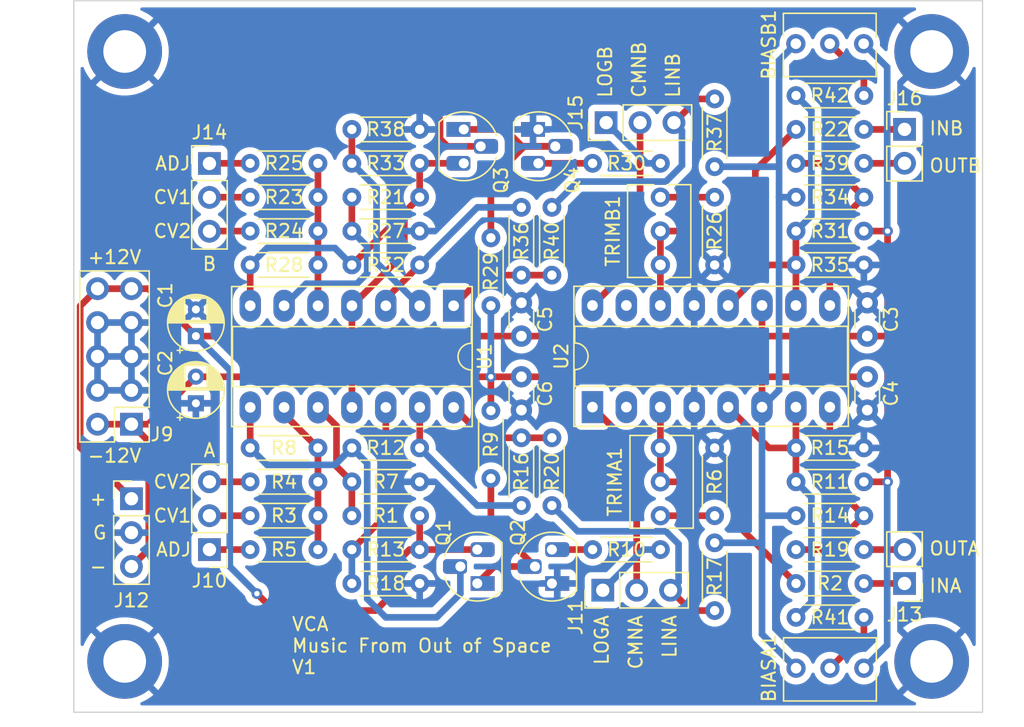
<source format=kicad_pcb>
(kicad_pcb (version 20221018) (generator pcbnew)
  (layers (0 "F.Cu" signal) (31 "B.Cu" signal) (34 "B.Paste" user) (35 "F.Paste" user) (36 "B.SilkS" user "B.Silkscreen") (37 "F.SilkS" user "F.Silkscreen") (38 "B.Mask" user) (39 "F.Mask" user) (44 "Edge.Cuts" user))
  (net 0 "")
  (net 1 "+12V")
  (net 2 "GND")
  (net 3 "-12V")
  (net 4 "CV1A")
  (net 5 "CV2A")
  (net 6 "INA")
  (net 7 "OUTA")
  (net 8 "INB")
  (net 9 "CV1B")
  (net 10 "CV2B")
  (net 11 "OUTB")
  (net 12 "ADJA")
  (net 13 "LINA")
  (net 14 "CMNA")
  (net 15 "LOGA")
  (net 16 "ADJB")
  (net 17 "LINB")
  (net 18 "CMNB")
  (net 19 "LOGB")
  (net 20 "Net-(Q1-E)")
  (net 21 "Net-(Q1-B)")
  (net 22 "Net-(Q2-C)")
  (net 23 "Net-(Q3-E)")
  (net 24 "Net-(Q3-B)")
  (net 25 "Net-(Q4-C)")
  (net 26 "Net-(U2C-+)")
  (net 27 "Net-(U2A-+)")
  (net 28 "Net-(U1A--)")
  (net 29 "Net-(U1A-+)")
  (net 30 "Net-(U1B-+)")
  (net 31 "Net-(U1B--)")
  (net 32 "Net-(U1C--)")
  (net 33 "Net-(U1C-+)")
  (net 34 "Net-(U1D-+)")
  (net 35 "Net-(U1D--)")
  (net 38 "Net-(R14-Pad2)")
  (net 39 "Net-(R16-Pad2)")
  (net 40 "Net-(R26-Pad2)")
  (net 41 "Net-(R34-Pad2)")
  (net 42 "Net-(R36-Pad2)")
  (net 43 "Net-(BIASA1-Pad2)")
  (net 44 "Net-(BIASB1-Pad2)")
  (net 45 "Net-(R6-Pad2)")
  (net 46 "Net-(R11-Pad2)")
  (net 47 "Net-(R31-Pad2)")
  (footprint "Potentiometer_THT:Potentiometer_Bourns_3266Y_Vertical" (layer "F.Cu") (at 131.557 29.897)
    (fp_text reference "BIASB1")
    (fp_text value "100K")
  )
  (footprint "Resistor_THT:R_Axial_DIN0204_L3.6mm_D1.6mm_P5.08mm_Horizontal" (layer "F.Cu") (at 93.218 36.322)
    (fp_text reference "R38")
    (fp_text value "100K")
  )
  (footprint "Resistor_THT:R_Axial_DIN0204_L3.6mm_D1.6mm_P5.08mm_Horizontal" (layer "F.Cu") (at 120.396 67.31 -90)
    (fp_text reference "R17")
    (fp_text value "20K")
  )
  (footprint "Resistor_THT:R_Axial_DIN0204_L3.6mm_D1.6mm_P5.08mm_Horizontal" (layer "F.Cu") (at 90.678 46.482 180)
    (fp_text reference "R28")
    (fp_text value "2K")
  )
  (footprint "Resistor_THT:R_Axial_DIN0204_L3.6mm_D1.6mm_P5.08mm_Horizontal" (layer "F.Cu") (at 85.598 43.942)
    (fp_text reference "R24")
    (fp_text value "100K")
  )
  (footprint "Resistor_THT:R_Axial_DIN0204_L3.6mm_D1.6mm_P5.08mm_Horizontal" (layer "F.Cu") (at 85.598 62.738)
    (fp_text reference "R4")
    (fp_text value "100K")
  )
  (footprint "Resistor_THT:R_Axial_DIN0204_L3.6mm_D1.6mm_P5.08mm_Horizontal" (layer "F.Cu") (at 116.332 38.862 180)
    (fp_text reference "R30")
    (fp_text value "20K")
  )
  (footprint "Resistor_THT:R_Axial_DIN0204_L3.6mm_D1.6mm_P5.08mm_Horizontal" (layer "F.Cu") (at 85.598 65.278)
    (fp_text reference "R3")
    (fp_text value "100K")
  )
  (footprint "MountingHole:MountingHole_3.2mm_M3_DIN965_Pad" (layer "F.Cu") (at 136.652 76.2)
    (fp_text reference "H3" hide)
    (fp_text value "MountingHole_Pad")
  )
  (footprint "Resistor_THT:R_Axial_DIN0204_L3.6mm_D1.6mm_P5.08mm_Horizontal" (layer "F.Cu") (at 105.918 64.516 90)
    (fp_text reference "R16")
    (fp_text value "100K")
  )
  (footprint "Resistor_THT:R_Axial_DIN0204_L3.6mm_D1.6mm_P5.08mm_Horizontal" (layer "F.Cu") (at 93.218 60.198)
    (fp_text reference "R12")
    (fp_text value "2K")
  )
  (footprint "Package_TO_SOT_THT:TO-92_HandSolder" (layer "F.Cu") (at 102.616 70.358 90)
    (fp_text reference "Q1")
    (fp_text value "2N3904")
  )
  (footprint "Capacitor_THT:CP_Radial_D4.0mm_P2.00mm" (layer "F.Cu") (at 81.534 56.8526 90)
    (fp_text reference "C2")
    (fp_text value "10uF")
  )
  (footprint "MountingHole:MountingHole_3.2mm_M3_DIN965_Pad" (layer "F.Cu") (at 136.652 30.48)
    (fp_text reference "H2" hide)
    (fp_text value "MountingHole_Pad")
  )
  (footprint "Resistor_THT:R_Axial_DIN0204_L3.6mm_D1.6mm_P5.08mm_Horizontal" (layer "F.Cu") (at 131.572 36.322 180)
    (fp_text reference "R22")
    (fp_text value "100K")
  )
  (footprint "Resistor_THT:R_Axial_DIN0204_L3.6mm_D1.6mm_P5.08mm_Horizontal" (layer "F.Cu") (at 126.492 38.862)
    (fp_text reference "R39")
    (fp_text value "1K")
  )
  (footprint "Connector_PinHeader_2.54mm:PinHeader_1x03_P2.54mm_Vertical" (layer "F.Cu") (at 112.014 70.866 90)
    (fp_text reference "J11")
    (fp_text value "Conn_01x03")
  )
  (footprint "Connector_PinHeader_2.54mm:PinHeader_1x03_P2.54mm_Vertical" (layer "F.Cu") (at 76.708 64.008)
    (fp_text reference "J12")
    (fp_text value "Conn_01x03")
  )
  (footprint "Resistor_THT:R_Axial_DIN0204_L3.6mm_D1.6mm_P5.08mm_Horizontal" (layer "F.Cu") (at 93.218 46.482)
    (fp_text reference "R32")
    (fp_text value "2K")
  )
  (footprint "Resistor_THT:R_Axial_DIN0204_L3.6mm_D1.6mm_P5.08mm_Horizontal" (layer "F.Cu") (at 93.218 70.358)
    (fp_text reference "R18")
    (fp_text value "100K")
  )
  (footprint "Connector_PinHeader_2.54mm:PinHeader_1x03_P2.54mm_Vertical" (layer "F.Cu") (at 112.268 35.814 90)
    (fp_text reference "J15")
    (fp_text value "Conn_01x03")
  )
  (footprint "Resistor_THT:R_Axial_DIN0204_L3.6mm_D1.6mm_P5.08mm_Horizontal" (layer "F.Cu") (at 108.204 42.164 -90)
    (fp_text reference "R40")
    (fp_text value "30K")
  )
  (footprint "Package_DIP:DIP-16_W7.62mm_Socket_LongPads" (layer "F.Cu") (at 111.242 57.14 90)
    (fp_text reference "U2")
    (fp_text value "LM13700")
  )
  (footprint "Potentiometer_THT:Potentiometer_Bourns_3266Y_Vertical" (layer "F.Cu") (at 116.332 60.198 90)
    (fp_text reference "TRIMA1")
    (fp_text value "2K")
  )
  (footprint "Capacitor_THT:C_Disc_D3.0mm_W1.6mm_P2.50mm" (layer "F.Cu") (at 105.918 57.364 90)
    (fp_text reference "C6")
    (fp_text value "100nF")
  )
  (footprint "Resistor_THT:R_Axial_DIN0204_L3.6mm_D1.6mm_P5.08mm_Horizontal" (layer "F.Cu") (at 131.572 33.782 180)
    (fp_text reference "R42")
    (fp_text value "2M")
  )
  (footprint "Resistor_THT:R_Axial_DIN0204_L3.6mm_D1.6mm_P5.08mm_Horizontal" (layer "F.Cu") (at 98.298 38.862 180)
    (fp_text reference "R33")
    (fp_text value "100K")
  )
  (footprint "Capacitor_THT:C_Disc_D3.0mm_W1.6mm_P2.50mm" (layer "F.Cu") (at 131.826 57.364 90)
    (fp_text reference "C4")
    (fp_text value "100nF")
  )
  (footprint "Package_TO_SOT_THT:TO-92_HandSolder" (layer "F.Cu") (at 101.6 36.322 -90)
    (fp_text reference "Q3")
    (fp_text value "2N3904")
  )
  (footprint "Resistor_THT:R_Axial_DIN0204_L3.6mm_D1.6mm_P5.08mm_Horizontal" (layer "F.Cu") (at 126.492 41.402)
    (fp_text reference "R34")
    (fp_text value "4.7K")
  )
  (footprint "Resistor_THT:R_Axial_DIN0204_L3.6mm_D1.6mm_P5.08mm_Horizontal" (layer "F.Cu") (at 120.396 46.482 90)
    (fp_text reference "R26")
    (fp_text value "150R")
  )
  (footprint "Resistor_THT:R_Axial_DIN0204_L3.6mm_D1.6mm_P5.08mm_Horizontal" (layer "F.Cu") (at 131.572 43.942 180)
    (fp_text reference "R31")
    (fp_text value "470K")
  )
  (footprint "Package_TO_SOT_THT:TO-92_HandSolder" (layer "F.Cu") (at 108.204 70.358 90)
    (fp_text reference "Q2")
    (fp_text value "2N3906")
  )
  (footprint "Resistor_THT:R_Axial_DIN0204_L3.6mm_D1.6mm_P5.08mm_Horizontal" (layer "F.Cu") (at 116.332 67.818 180)
    (fp_text reference "R10")
    (fp_text value "20K")
  )
  (footprint "Capacitor_THT:CP_Radial_D4.0mm_P2.00mm" (layer "F.Cu") (at 81.534 51.816 90)
    (fp_text reference "C1")
    (fp_text value "10uF")
  )
  (footprint "Resistor_THT:R_Axial_DIN0204_L3.6mm_D1.6mm_P5.08mm_Horizontal" (layer "F.Cu") (at 90.678 60.198 180)
    (fp_text reference "R8")
    (fp_text value "2K")
  )
  (footprint "Resistor_THT:R_Axial_DIN0204_L3.6mm_D1.6mm_P5.08mm_Horizontal" (layer "F.Cu") (at 93.218 43.942)
    (fp_text reference "R27")
    (fp_text value "2K")
  )
  (footprint "Resistor_THT:R_Axial_DIN0204_L3.6mm_D1.6mm_P5.08mm_Horizontal" (layer "F.Cu") (at 131.572 72.898 180)
    (fp_text reference "R41")
    (fp_text value "2M")
  )
  (footprint "Connector_PinHeader_2.54mm:PinHeader_1x02_P2.54mm_Vertical" (layer "F.Cu") (at 134.62 70.358 180)
    (fp_text reference "J13")
    (fp_text value "Conn_01x02")
  )
  (footprint "MountingHole:MountingHole_3.2mm_M3_DIN965_Pad" (layer "F.Cu") (at 76.2 30.48)
    (fp_text reference "H1" hide)
    (fp_text value "MountingHole_Pad")
  )
  (footprint "Connector_PinHeader_2.54mm:PinHeader_1x03_P2.54mm_Vertical" (layer "F.Cu") (at 82.55 38.877)
    (fp_text reference "J14")
    (fp_text value "Conn_01x03")
  )
  (footprint "Potentiometer_THT:Potentiometer_Bourns_3266Y_Vertical" (layer "F.Cu") (at 131.572 76.708)
    (fp_text reference "BIASA1")
    (fp_text value "100K")
  )
  (footprint "Resistor_THT:R_Axial_DIN0204_L3.6mm_D1.6mm_P5.08mm_Horizontal" (layer "F.Cu") (at 85.598 67.818)
    (fp_text reference "R5")
    (fp_text value "100K")
  )
  (footprint "Resistor_THT:R_Axial_DIN0204_L3.6mm_D1.6mm_P5.08mm_Horizontal" (layer "F.Cu") (at 126.492 60.198)
    (fp_text reference "R15")
    (fp_text value "47K")
  )
  (footprint "Capacitor_THT:C_Disc_D3.0mm_W1.6mm_P2.50mm" (layer "F.Cu") (at 105.918 51.816 90)
    (fp_text reference "C5")
    (fp_text value "100nF")
  )
  (footprint "Resistor_THT:R_Axial_DIN0204_L3.6mm_D1.6mm_P5.08mm_Horizontal" (layer "F.Cu") (at 105.918 42.164 -90)
    (fp_text reference "R36")
    (fp_text value "100K")
  )
  (footprint "Resistor_THT:R_Axial_DIN0204_L3.6mm_D1.6mm_P5.08mm_Horizontal" (layer "F.Cu") (at 85.598 41.402)
    (fp_text reference "R23")
    (fp_text value "100K")
  )
  (footprint "Resistor_THT:R_Axial_DIN0204_L3.6mm_D1.6mm_P5.08mm_Horizontal" (layer "F.Cu") (at 108.204 64.516 90)
    (fp_text reference "R20")
    (fp_text value "30K")
  )
  (footprint "Resistor_THT:R_Axial_DIN0204_L3.6mm_D1.6mm_P5.08mm_Horizontal" (layer "F.Cu") (at 126.492 46.482)
    (fp_text reference "R35")
    (fp_text value "47K")
  )
  (footprint "MountingHole:MountingHole_3.2mm_M3_DIN965_Pad" (layer "F.Cu") (at 76.2 76.2)
    (fp_text reference "H4" hide)
    (fp_text value "MountingHole_Pad")
  )
  (footprint "Resistor_THT:R_Axial_DIN0204_L3.6mm_D1.6mm_P5.08mm_Horizontal" (layer "F.Cu") (at 131.572 62.738 180)
    (fp_text reference "R11")
    (fp_text value "470K")
  )
  (footprint "Resistor_THT:R_Axial_DIN0204_L3.6mm_D1.6mm_P5.08mm_Horizontal" (layer "F.Cu") (at 126.492 67.818)
    (fp_text reference "R19")
    (fp_text value "1K")
  )
  (footprint "Connector_PinHeader_2.54mm:PinHeader_2x05_P2.54mm_Vertical" (layer "F.Cu") (at 76.708 58.42 180)
    (fp_text reference "J9")
    (fp_text value "Conn_02x05_Odd_Even")
  )
  (footprint "Resistor_THT:R_Axial_DIN0204_L3.6mm_D1.6mm_P5.08mm_Horizontal" (layer "F.Cu") (at 98.298 41.402 180)
    (fp_text reference "R21")
    (fp_text value "100K")
  )
  (footprint "Resistor_THT:R_Axial_DIN0204_L3.6mm_D1.6mm_P5.08mm_Horizontal" (layer "F.Cu") (at 93.218 62.738)
    (fp_text reference "R7")
    (fp_text value "2K")
  )
  (footprint "Resistor_THT:R_Axial_DIN0204_L3.6mm_D1.6mm_P5.08mm_Horizontal" (layer "F.Cu") (at 103.632 57.404 -90)
    (fp_text reference "R9")
    (fp_text value "120K")
  )
  (footprint "Resistor_THT:R_Axial_DIN0204_L3.6mm_D1.6mm_P5.08mm_Horizontal" (layer "F.Cu") (at 103.632 49.53 90)
    (fp_text reference "R29")
    (fp_text value "120K")
  )
  (footprint "Resistor_THT:R_Axial_DIN0204_L3.6mm_D1.6mm_P5.08mm_Horizontal" (layer "F.Cu") (at 98.298 65.278 180)
    (fp_text reference "R1")
    (fp_text value "100K")
  )
  (footprint "Resistor_THT:R_Axial_DIN0204_L3.6mm_D1.6mm_P5.08mm_Horizontal" (layer "F.Cu") (at 98.298 67.818 180)
    (fp_text reference "R13")
    (fp_text value "100K")
  )
  (footprint "Potentiometer_THT:Potentiometer_Bourns_3266Y_Vertical" (layer "F.Cu") (at 116.332 46.482 -90)
    (fp_text reference "TRIMB1")
    (fp_text value "2K")
  )
  (footprint "Resistor_THT:R_Axial_DIN0204_L3.6mm_D1.6mm_P5.08mm_Horizontal" (layer "F.Cu") (at 120.396 39.116 90)
    (fp_text reference "R37")
    (fp_text value "20K")
  )
  (footprint "Connector_PinHeader_2.54mm:PinHeader_1x02_P2.54mm_Vertical" (layer "F.Cu") (at 134.62 36.317)
    (fp_text reference "J16")
    (fp_text value "Conn_01x02")
  )
  (footprint "Capacitor_THT:C_Disc_D3.0mm_W1.6mm_P2.50mm" (layer "F.Cu") (at 131.826 51.816 90)
    (fp_text reference "C3")
    (fp_text value "100nF")
  )
  (footprint "Resistor_THT:R_Axial_DIN0204_L3.6mm_D1.6mm_P5.08mm_Horizontal" (layer "F.Cu") (at 131.572 70.358 180)
    (fp_text reference "R2")
    (fp_text value "100K")
  )
  (footprint "Resistor_THT:R_Axial_DIN0204_L3.6mm_D1.6mm_P5.08mm_Horizontal" (layer "F.Cu") (at 120.396 60.198 -90)
    (fp_text reference "R6")
    (fp_text value "150R")
  )
  (footprint "Resistor_THT:R_Axial_DIN0204_L3.6mm_D1.6mm_P5.08mm_Horizontal" (layer "F.Cu") (at 126.492 65.278)
    (fp_text reference "R14")
    (fp_text value "4.7K")
  )
  (footprint "Connector_PinHeader_2.54mm:PinHeader_1x03_P2.54mm_Vertical" (layer "F.Cu") (at 82.55 67.818 180)
    (fp_text reference "J10")
    (fp_text value "Conn_01x03")
  )
  (footprint "Resistor_THT:R_Axial_DIN0204_L3.6mm_D1.6mm_P5.08mm_Horizontal" (layer "F.Cu") (at 85.598 38.862)
    (fp_text reference "R25")
    (fp_text value "100K")
  )
  (footprint "Package_TO_SOT_THT:TO-92_HandSolder" (layer "F.Cu") (at 107.188 36.322 -90)
    (fp_text reference "Q4")
    (fp_text value "2N3906")
  )
  (footprint "Package_DIP:DIP-14_W7.62mm_Socket_LongPads" (layer "F.Cu") (at 100.843 49.54 -90)
    (fp_text reference "U1")
    (fp_text value "TL084")
  )
  (gr_rect (start 72.39 26.67) (end 140.462 80.01) (stroke (width 0.1)) (fill none) (layer "Edge.Cuts"))
  (gr_text "+" (at 74.93 64.008) (layer "F.SilkS") (effects (font (size 1 1)) (justify right)))
  (gr_text "-12V" (at 75.438 60.198) (layer "F.SilkS") (effects (font (size 1 1)) (justify top)))
  (gr_text "LINA" (at 117.602 72.644 90) (layer "F.SilkS") (effects (font (size 1 1)) (justify right bottom)))
  (gr_text "OUTB" (at 136.398 39.624) (layer "F.SilkS") (effects (font (size 1 1)) (justify left bottom)))
  (gr_text "G" (at 74.93 66.548) (layer "F.SilkS") (effects (font (size 1 1)) (justify right)))
  (gr_text "-" (at 74.93 69.088) (layer "F.SilkS") (effects (font (size 1 1)) (justify right)))
  (gr_text "CV2" (at 81.28 62.738) (layer "F.SilkS") (effects (font (size 1 1)) (justify right)))
  (gr_text "INA" (at 136.398 71.12) (layer "F.SilkS") (effects (font (size 1 1)) (justify left bottom)))
  (gr_text "CMNA" (at 115.062 72.644 90) (layer "F.SilkS") (effects (font (size 1 1)) (justify right bottom)))
  (gr_text "CV2" (at 81.28 43.942) (layer "F.SilkS") (effects (font (size 1 1)) (justify right)))
  (gr_text "VCA\nMusic From Out of Space\nV1" (at 88.646 77.216) (layer "F.SilkS") (effects (font (size 1 1)) (justify left bottom)))
  (gr_text "ADJ" (at 81.22 38.877) (layer "F.SilkS") (effects (font (size 1 1)) (justify right)))
  (gr_text "LOGB" (at 112.776 34.036 90) (layer "F.SilkS") (effects (font (size 1 1)) (justify left bottom)))
  (gr_text "LINB" (at 117.856 34.036 90) (layer "F.SilkS") (effects (font (size 1 1)) (justify left bottom)))
  (gr_text "LOGA" (at 112.522 72.644 90) (layer "F.SilkS") (effects (font (size 1 1)) (justify right bottom)))
  (gr_text "CMNB" (at 115.316 34.036 90) (layer "F.SilkS") (effects (font (size 1 1)) (justify left bottom)))
  (gr_text "A" (at 82.55 60.96) (layer "F.SilkS") (effects (font (size 1 1)) (justify bottom)))
  (gr_text "CV1" (at 81.28 65.278) (layer "F.SilkS") (effects (font (size 1 1)) (justify right)))
  (gr_text "INB" (at 136.398 36.83) (layer "F.SilkS") (effects (font (size 1 1)) (justify left bottom)))
  (gr_text "ADJ" (at 81.28 67.818) (layer "F.SilkS") (effects (font (size 1 1)) (justify right)))
  (gr_text "B" (at 82.55 46.99) (layer "F.SilkS") (effects (font (size 1 1)) (justify bottom)))
  (gr_text "+12V" (at 75.438 46.482) (layer "F.SilkS") (effects (font (size 1 1)) (justify bottom)))
  (gr_text "CV1" (at 81.28 41.402) (layer "F.SilkS") (effects (font (size 1 1)) (justify right)))
  (gr_text "OUTA" (at 136.398 68.326) (layer "F.SilkS") (effects (font (size 1 1)) (justify left bottom)))
  (segment (start 96.266 71.12) (end 96.266 69.088) (width 0.5) (layer "F.Cu") (net 1))
  (segment (start 101.6 38.862) (end 98.298 38.862) (width 0.5) (layer "F.Cu") (net 1))
  (segment (start 133.35 62.738) (end 133.35 51.816) (width 0.5) (layer "F.Cu") (net 1))
  (segment (start 74.168 48.26) (end 76.708 48.26) (width 0.5) (layer "F.Cu") (net 1))
  (segment (start 72.868 60.168) (end 76.708 64.008) (width 0.5) (layer "F.Cu") (net 1))
  (segment (start 93.223 49.54) (end 97.148 45.615) (width 0.5) (layer "F.Cu") (net 1))
  (segment (start 74.168 48.26) (end 72.868 49.56) (width 0.5) (layer "F.Cu") (net 1))
  (segment (start 93.218 51.816) (end 105.918 51.816) (width 0.5) (layer "F.Cu") (net 1))
  (segment (start 98.298 38.862) (end 98.298 41.402) (width 0.5) (layer "F.Cu") (net 1))
  (segment (start 97.536 67.818) (end 98.298 67.818) (width 0.5) (layer "F.Cu") (net 1))
  (segment (start 123.942 51.806) (end 123.952 51.816) (width 0.5) (layer "F.Cu") (net 1))
  (segment (start 123.942 49.52) (end 123.942 51.806) (width 0.5) (layer "F.Cu") (net 1))
  (segment (start 72.868 49.56) (end 72.868 60.168) (width 0.5) (layer "F.Cu") (net 1))
  (segment (start 131.826 51.816) (end 133.35 51.816) (width 0.5) (layer "F.Cu") (net 1))
  (segment (start 86.106 71.12) (end 87.376 72.39) (width 0.5) (layer "F.Cu") (net 1))
  (segment (start 133.35 51.816) (end 133.35 43.942) (width 0.5) (layer "F.Cu") (net 1))
  (segment (start 133.35 43.942) (end 131.572 43.942) (width 0.5) (layer "F.Cu") (net 1))
  (segment (start 97.148 42.552) (end 98.298 41.402) (width 0.5) (layer "F.Cu") (net 1))
  (segment (start 93.223 49.54) (end 93.223 51.811) (width 0.5) (layer "F.Cu") (net 1))
  (segment (start 93.223 51.811) (end 93.218 51.816) (width 0.5) (layer "F.Cu") (net 1))
  (segment (start 81.534 51.816) (end 93.218 51.816) (width 0.5) (layer "F.Cu") (net 1))
  (segment (start 77.978 48.26) (end 81.534 51.816) (width 0.5) (layer "F.Cu") (net 1))
  (segment (start 133.35 62.738) (end 131.572 62.738) (width 0.5) (layer "F.Cu") (net 1))
  (segment (start 131.826 51.816) (end 123.952 51.816) (width 0.5) (layer "F.Cu") (net 1))
  (segment (start 98.298 65.278) (end 98.298 67.818) (width 0.5) (layer "F.Cu") (net 1))
  (segment (start 97.148 45.615) (end 97.148 42.552) (width 0.5) (layer "F.Cu") (net 1))
  (segment (start 123.952 51.816) (end 105.918 51.816) (width 0.5) (layer "F.Cu") (net 1))
  (segment (start 96.266 69.088) (end 97.536 67.818) (width 0.5) (layer "F.Cu") (net 1))
  (segment (start 94.996 72.39) (end 96.266 71.12) (width 0.5) (layer "F.Cu") (net 1))
  (segment (start 87.376 72.39) (end 94.996 72.39) (width 0.5) (layer "F.Cu") (net 1))
  (segment (start 98.298 67.818) (end 102.616 67.818) (width 0.5) (layer "F.Cu") (net 1))
  (segment (start 76.708 48.26) (end 77.978 48.26) (width 0.5) (layer "F.Cu") (net 1))
  (via (at 86.106 71.12) (size 0.8) (drill 0.4) (layers "F.Cu" "B.Cu") (net 1))
  (via (at 133.35 43.942) (size 0.8) (drill 0.4) (layers "F.Cu" "B.Cu") (net 1))
  (via (at 133.35 62.738) (size 0.8) (drill 0.4) (layers "F.Cu" "B.Cu") (net 1))
  (segment (start 133.32 31.66) (end 133.32 43.942) (width 0.5) (layer "B.Cu") (net 1))
  (segment (start 133.35 43.942) (end 133.32 43.942) (width 0.5) (layer "B.Cu") (net 1))
  (segment (start 84.074 69.088) (end 86.106 71.12) (width 0.5) (layer "B.Cu") (net 1))
  (segment (start 84.074 54.356) (end 84.074 67.91854) (width 0.5) (layer "B.Cu") (net 1))
  (segment (start 84.074 54.356) (end 81.534 51.816) (width 0.5) (layer "B.Cu") (net 1))
  (segment (start 133.32 62.738) (end 133.32 74.96) (width 0.5) (layer "B.Cu") (net 1))
  (segment (start 131.557 29.897) (end 133.32 31.66) (width 0.5) (layer "B.Cu") (net 1))
  (segment (start 84.074 67.91854) (end 84.074 69.088) (width 0.5) (layer "B.Cu") (net 1))
  (segment (start 133.32 74.96) (end 131.572 76.708) (width 0.5) (layer "B.Cu") (net 1))
  (segment (start 133.35 62.738) (end 133.32 62.738) (width 0.5) (layer "B.Cu") (net 1))
  (segment (start 76.708 58.42) (end 78.008 59.72) (width 0.5) (layer "F.Cu") (net 3))
  (segment (start 123.942 54.874) (end 123.952 54.864) (width 0.5) (layer "F.Cu") (net 3))
  (segment (start 77.9666 58.42) (end 81.534 54.8526) (width 0.5) (layer "F.Cu") (net 3))
  (segment (start 93.223 57.16) (end 93.223 54.869) (width 0.5) (layer "F.Cu") (net 3))
  (segment (start 123.942 57.14) (end 123.942 54.874) (width 0.5) (layer "F.Cu") (net 3))
  (segment (start 105.918 54.864) (end 103.632 54.864) (width 0.5) (layer "F.Cu") (net 3))
  (segment (start 76.708 58.42) (end 77.9666 58.42) (width 0.5) (layer "F.Cu") (net 3))
  (segment (start 123.952 54.864) (end 131.826 54.864) (width 0.5) (layer "F.Cu") (net 3))
  (segment (start 103.632 57.404) (end 103.632 54.864) (width 0.5) (layer "F.Cu") (net 3))
  (segment (start 81.5454 54.864) (end 81.534 54.8526) (width 0.5) (layer "F.Cu") (net 3))
  (segment (start 78.008 59.72) (end 78.008 67.788) (width 0.5) (layer "F.Cu") (net 3))
  (segment (start 93.223 54.869) (end 93.218 54.864) (width 0.5) (layer "F.Cu") (net 3))
  (segment (start 74.168 58.42) (end 76.708 58.42) (width 0.5) (layer "F.Cu") (net 3))
  (segment (start 78.008 67.788) (end 76.708 69.088) (width 0.5) (layer "F.Cu") (net 3))
  (segment (start 105.918 54.864) (end 123.952 54.864) (width 0.5) (layer "F.Cu") (net 3))
  (segment (start 93.218 54.864) (end 81.5454 54.864) (width 0.5) (layer "F.Cu") (net 3))
  (segment (start 103.632 54.864) (end 93.218 54.864) (width 0.5) (layer "F.Cu") (net 3))
  (via (at 103.632 54.864) (size 0.8) (drill 0.4) (layers "F.Cu" "B.Cu") (net 3))
  (segment (start 125.222 31.152) (end 126.477 29.897) (width 0.5) (layer "B.Cu") (net 3))
  (segment (start 123.942 65.278) (end 123.942 67.31) (width 0.5) (layer "B.Cu") (net 3))
  (segment (start 103.632 49.53) (end 103.632 54.864) (width 0.5) (layer "B.Cu") (net 3))
  (segment (start 120.396 67.31) (end 123.942 67.31) (width 0.5) (layer "B.Cu") (net 3))
  (segment (start 123.942 74.158) (end 126.492 76.708) (width 0.5) (layer "B.Cu") (net 3))
  (segment (start 123.942 57.14) (end 125.222 55.86) (width 0.5) (layer "B.Cu") (net 3))
  (segment (start 126.492 65.278) (end 123.942 65.278) (width 0.5) (layer "B.Cu") (net 3))
  (segment (start 125.222 55.86) (end 125.222 41.402) (width 0.5) (layer "B.Cu") (net 3))
  (segment (start 126.492 41.402) (end 125.222 41.402) (width 0.5) (layer "B.Cu") (net 3))
  (segment (start 123.942 67.31) (end 123.942 74.158) (width 0.5) (layer "B.Cu") (net 3))
  (segment (start 123.942 57.14) (end 123.942 65.278) (width 0.5) (layer "B.Cu") (net 3))
  (segment (start 120.396 39.116) (end 125.222 39.116) (width 0.5) (layer "B.Cu") (net 3))
  (segment (start 125.222 41.402) (end 125.222 39.116) (width 0.5) (layer "B.Cu") (net 3))
  (segment (start 125.222 39.116) (end 125.222 31.152) (width 0.5) (layer "B.Cu") (net 3))
  (segment (start 85.598 65.278) (end 82.55 65.278) (width 0.5) (layer "F.Cu") (net 4))
  (segment (start 85.598 62.738) (end 82.55 62.738) (width 0.5) (layer "F.Cu") (net 5))
  (segment (start 134.62 70.358) (end 131.572 70.358) (width 0.5) (layer "F.Cu") (net 6))
  (segment (start 131.572 67.818) (end 134.62 67.818) (width 0.5) (layer "F.Cu") (net 7))
  (segment (start 131.572 36.322) (end 134.615 36.322) (width 0.5) (layer "F.Cu") (net 8))
  (segment (start 134.615 36.322) (end 134.62 36.317) (width 0.5) (layer "F.Cu") (net 8))
  (segment (start 82.565 41.402) (end 82.55 41.417) (width 0.5) (layer "F.Cu") (net 9))
  (segment (start 85.598 41.402) (end 82.565 41.402) (width 0.5) (layer "F.Cu") (net 9))
  (segment (start 82.565 43.942) (end 82.55 43.957) (width 0.5) (layer "F.Cu") (net 10))
  (segment (start 85.598 43.942) (end 82.565 43.942) (width 0.5) (layer "F.Cu") (net 10))
  (segment (start 131.572 38.862) (end 134.615 38.862) (width 0.5) (layer "F.Cu") (net 11))
  (segment (start 134.615 38.862) (end 134.62 38.857) (width 0.5) (layer "F.Cu") (net 11))
  (segment (start 85.598 67.818) (end 82.55 67.818) (width 0.5) (layer "F.Cu") (net 12))
  (segment (start 118.618 72.39) (end 117.094 70.866) (width 0.5) (layer "F.Cu") (net 13))
  (segment (start 120.396 72.39) (end 118.618 72.39) (width 0.5) (layer "F.Cu") (net 13))
  (segment (start 110.136 66.448) (end 116.74 66.448) (width 0.5) (layer "B.Cu") (net 13))
  (segment (start 108.204 64.516) (end 110.136 66.448) (width 0.5) (layer "B.Cu") (net 13))
  (segment (start 116.74 66.448) (end 117.692568 67.400568) (width 0.5) (layer "B.Cu") (net 13))
  (segment (start 117.692568 70.267432) (end 117.094 70.866) (width 0.5) (layer "B.Cu") (net 13))
  (segment (start 117.692568 67.400568) (end 117.692568 70.267432) (width 0.5) (layer "B.Cu") (net 13))
  (segment (start 114.554 60.452) (end 114.554 70.866) (width 0.5) (layer "F.Cu") (net 14))
  (segment (start 111.242 57.14) (end 114.554 60.452) (width 0.5) (layer "F.Cu") (net 14))
  (segment (start 115.062 67.818) (end 116.332 67.818) (width 0.5) (layer "B.Cu") (net 15))
  (segment (start 112.014 70.866) (end 115.062 67.818) (width 0.5) (layer "B.Cu") (net 15))
  (segment (start 85.598 38.862) (end 82.565 38.862) (width 0.5) (layer "F.Cu") (net 16))
  (segment (start 82.565 38.862) (end 82.55 38.877) (width 0.5) (layer "F.Cu") (net 16))
  (segment (start 120.396 34.036) (end 119.126 34.036) (width 0.5) (layer "F.Cu") (net 17))
  (segment (start 119.126 34.036) (end 117.348 35.814) (width 0.5) (layer "F.Cu") (net 17))
  (segment (start 108.204 42.164) (end 110.136 40.232) (width 0.5) (layer "B.Cu") (net 17))
  (segment (start 117.946568 36.412568) (end 117.348 35.814) (width 0.5) (layer "B.Cu") (net 17))
  (segment (start 117.946568 39.025432) (end 117.946568 36.412568) (width 0.5) (layer "B.Cu") (net 17))
  (segment (start 110.136 40.232) (end 116.74 40.232) (width 0.5) (layer "B.Cu") (net 17))
  (segment (start 116.74 40.232) (end 117.946568 39.025432) (width 0.5) (layer "B.Cu") (net 17))
  (segment (start 114.808 45.954) (end 114.808 35.814) (width 0.5) (layer "F.Cu") (net 18))
  (segment (start 111.242 49.52) (end 114.808 45.954) (width 0.5) (layer "F.Cu") (net 18))
  (segment (start 115.316 38.862) (end 116.332 38.862) (width 0.5) (layer "B.Cu") (net 19))
  (segment (start 112.268 35.814) (end 115.316 38.862) (width 0.5) (layer "B.Cu") (net 19))
  (segment (start 106.934 69.088) (end 103.886 69.088) (width 0.5) (layer "F.Cu") (net 20))
  (segment (start 103.632 65.786) (end 106.934 69.088) (width 0.5) (layer "F.Cu") (net 20))
  (segment (start 103.886 69.088) (end 102.616 70.358) (width 0.5) (layer "F.Cu") (net 20))
  (segment (start 103.632 62.484) (end 103.632 65.786) (width 0.5) (layer "F.Cu") (net 20))
  (segment (start 85.603 57.16) (end 85.603 60.193) (width 0.5) (layer "F.Cu") (net 21))
  (segment (start 85.603 60.193) (end 85.598 60.198) (width 0.5) (layer "F.Cu") (net 21))
  (segment (start 93.218 60.198) (end 94.368 61.348) (width 0.5) (layer "B.Cu") (net 21))
  (segment (start 94.368 71.508) (end 95.758 72.898) (width 0.5) (layer "B.Cu") (net 21))
  (segment (start 86.868 61.468) (end 85.598 60.198) (width 0.5) (layer "B.Cu") (net 21))
  (segment (start 93.218 60.198) (end 91.948 61.468) (width 0.5) (layer "B.Cu") (net 21))
  (segment (start 91.948 61.468) (end 86.868 61.468) (width 0.5) (layer "B.Cu") (net 21))
  (segment (start 95.758 72.898) (end 99.568 72.898) (width 0.5) (layer "B.Cu") (net 21))
  (segment (start 94.368 61.348) (end 94.368 71.508) (width 0.5) (layer "B.Cu") (net 21))
  (segment (start 99.568 72.898) (end 101.346 71.12) (width 0.5) (layer "B.Cu") (net 21))
  (segment (start 101.346 71.12) (end 101.346 69.088) (width 0.5) (layer "B.Cu") (net 21))
  (segment (start 108.204 67.818) (end 111.252 67.818) (width 0.5) (layer "F.Cu") (net 22))
  (segment (start 103.632 44.45) (end 103.632 40.092696) (width 0.5) (layer "F.Cu") (net 23))
  (segment (start 103.632 40.092696) (end 106.132696 37.592) (width 0.5) (layer "F.Cu") (net 23))
  (segment (start 104.701604 36.322) (end 105.971604 37.592) (width 0.5) (layer "F.Cu") (net 23))
  (segment (start 106.132696 37.592) (end 108.458 37.592) (width 0.5) (layer "F.Cu") (net 23))
  (segment (start 101.6 36.322) (end 104.701604 36.322) (width 0.5) (layer "F.Cu") (net 23))
  (segment (start 105.971604 37.592) (end 108.458 37.592) (width 0.5) (layer "F.Cu") (net 23))
  (segment (start 99.822 37.030396) (end 99.822 35.56) (width 0.5) (layer "F.Cu") (net 24))
  (segment (start 100.383604 37.592) (end 99.822 37.030396) (width 0.5) (layer "F.Cu") (net 24))
  (segment (start 96.448 43.252) (end 93.218 46.482) (width 0.5) (layer "F.Cu") (net 24))
  (segment (start 96.448 35.632) (end 96.448 43.252) (width 0.5) (layer "F.Cu") (net 24))
  (segment (start 102.87 37.592) (end 100.383604 37.592) (width 0.5) (layer "F.Cu") (net 24))
  (segment (start 98.806 34.544) (end 97.536 34.544) (width 0.5) (layer "F.Cu") (net 24))
  (segment (start 99.822 35.56) (end 98.806 34.544) (width 0.5) (layer "F.Cu") (net 24))
  (segment (start 85.603 49.54) (end 85.603 46.487) (width 0.5) (layer "F.Cu") (net 24))
  (segment (start 97.536 34.544) (end 96.448 35.632) (width 0.5) (layer "F.Cu") (net 24))
  (segment (start 85.603 46.487) (end 85.598 46.482) (width 0.5) (layer "F.Cu") (net 24))
  (segment (start 85.598 46.482) (end 86.868 45.212) (width 0.5) (layer "B.Cu") (net 24))
  (segment (start 86.868 45.212) (end 91.948 45.212) (width 0.5) (layer "B.Cu") (net 24))
  (segment (start 91.948 45.212) (end 93.218 46.482) (width 0.5) (layer "B.Cu") (net 24))
  (segment (start 107.188 38.862) (end 111.252 38.862) (width 0.5) (layer "F.Cu") (net 25))
  (segment (start 122.174 64.262) (end 120.65 62.738) (width 0.5) (layer "F.Cu") (net 26))
  (segment (start 116.332 57.15) (end 116.322 57.14) (width 0.5) (layer "F.Cu") (net 26))
  (segment (start 120.65 62.738) (end 116.332 62.738) (width 0.5) (layer "F.Cu") (net 26))
  (segment (start 122.174 66.04) (end 122.174 64.262) (width 0.5) (layer "F.Cu") (net 26))
  (segment (start 116.332 62.738) (end 116.332 57.15) (width 0.5) (layer "F.Cu") (net 26))
  (segment (start 126.492 70.358) (end 122.174 66.04) (width 0.5) (layer "F.Cu") (net 26))
  (segment (start 123.444 41.91) (end 121.412 43.942) (width 0.5) (layer "F.Cu") (net 27))
  (segment (start 116.332 43.942) (end 116.332 49.51) (width 0.5) (layer "F.Cu") (net 27))
  (segment (start 116.332 49.51) (end 116.322 49.52) (width 0.5) (layer "F.Cu") (net 27))
  (segment (start 121.412 43.942) (end 116.332 43.942) (width 0.5) (layer "F.Cu") (net 27))
  (segment (start 126.492 36.322) (end 123.444 39.37) (width 0.5) (layer "F.Cu") (net 27))
  (segment (start 123.444 39.37) (end 123.444 41.91) (width 0.5) (layer "F.Cu") (net 27))
  (segment (start 93.218 36.322) (end 93.218 38.862) (width 0.5) (layer "F.Cu") (net 28))
  (segment (start 95.068 46.305) (end 98.303 49.54) (width 0.5) (layer "B.Cu") (net 28))
  (segment (start 95.068 40.712) (end 95.068 46.305) (width 0.5) (layer "B.Cu") (net 28))
  (segment (start 93.218 38.862) (end 95.068 40.712) (width 0.5) (layer "B.Cu") (net 28))
  (segment (start 95.763 49.54) (end 95.763 49.017) (width 0.5) (layer "F.Cu") (net 29))
  (segment (start 95.763 49.017) (end 98.298 46.482) (width 0.5) (layer "F.Cu") (net 29))
  (segment (start 102.616 42.164) (end 105.918 42.164) (width 0.5) (layer "B.Cu") (net 29))
  (segment (start 98.298 46.482) (end 102.616 42.164) (width 0.5) (layer "B.Cu") (net 29))
  (segment (start 90.678 49.535) (end 90.683 49.54) (width 0.5) (layer "F.Cu") (net 30))
  (segment (start 90.678 38.862) (end 90.678 49.535) (width 0.5) (layer "F.Cu") (net 30))
  (segment (start 93.218 41.402) (end 93.218 43.942) (width 0.5) (layer "F.Cu") (net 31))
  (segment (start 94.368 47.11) (end 93.588 47.89) (width 0.5) (layer "B.Cu") (net 31))
  (segment (start 93.588 47.89) (end 89.793 47.89) (width 0.5) (layer "B.Cu") (net 31))
  (segment (start 89.793 47.89) (end 88.143 49.54) (width 0.5) (layer "B.Cu") (net 31))
  (segment (start 93.218 43.942) (end 94.368 45.092) (width 0.5) (layer "B.Cu") (net 31))
  (segment (start 94.368 45.092) (end 94.368 47.11) (width 0.5) (layer "B.Cu") (net 31))
  (segment (start 88.143 57.663) (end 90.678 60.198) (width 0.5) (layer "F.Cu") (net 32))
  (segment (start 88.143 57.16) (end 88.143 57.663) (width 0.5) (layer "F.Cu") (net 32))
  (segment (start 90.678 67.818) (end 90.678 60.198) (width 0.5) (layer "F.Cu") (net 32))
  (segment (start 93.218 62.738) (end 92.068 61.588) (width 0.5) (layer "F.Cu") (net 33))
  (segment (start 93.218 62.738) (end 93.218 65.278) (width 0.5) (layer "F.Cu") (net 33))
  (segment (start 92.068 61.588) (end 92.068 58.545) (width 0.5) (layer "F.Cu") (net 33))
  (segment (start 92.068 58.545) (end 90.683 57.16) (width 0.5) (layer "F.Cu") (net 33))
  (segment (start 95.763 65.273) (end 95.763 57.16) (width 0.5) (layer "F.Cu") (net 34))
  (segment (start 93.218 67.818) (end 95.763 65.273) (width 0.5) (layer "F.Cu") (net 34))
  (segment (start 93.218 67.818) (end 93.218 70.358) (width 0.5) (layer "B.Cu") (net 34))
  (segment (start 98.303 60.193) (end 98.298 60.198) (width 0.5) (layer "F.Cu") (net 35))
  (segment (start 98.303 57.16) (end 98.303 60.193) (width 0.5) (layer "F.Cu") (net 35))
  (segment (start 105.918 64.516) (end 102.616 64.516) (width 0.5) (layer "B.Cu") (net 35))
  (segment (start 102.616 64.516) (end 98.298 60.198) (width 0.5) (layer "B.Cu") (net 35))
  (segment (start 129.022 62.728) (end 131.572 65.278) (width 0.5) (layer "F.Cu") (net 38))
  (segment (start 126.492 67.818) (end 129.032 67.818) (width 0.5) (layer "F.Cu") (net 38))
  (segment (start 129.022 57.14) (end 129.022 62.728) (width 0.5) (layer "F.Cu") (net 38))
  (segment (start 129.032 67.818) (end 131.572 65.278) (width 0.5) (layer "F.Cu") (net 38))
  (segment (start 105.918 59.436) (end 103.119 59.436) (width 0.5) (layer "F.Cu") (net 39))
  (segment (start 108.204 59.436) (end 105.918 59.436) (width 0.5) (layer "F.Cu") (net 39))
  (segment (start 103.119 59.436) (end 100.843 57.16) (width 0.5) (layer "F.Cu") (net 39))
  (segment (start 116.332 41.402) (end 120.396 41.402) (width 0.5) (layer "F.Cu") (net 40))
  (segment (start 129.022 43.952) (end 131.572 41.402) (width 0.5) (layer "F.Cu") (net 41))
  (segment (start 129.032 38.862) (end 131.572 41.402) (width 0.5) (layer "F.Cu") (net 41))
  (segment (start 126.492 38.862) (end 129.032 38.862) (width 0.5) (layer "F.Cu") (net 41))
  (segment (start 129.022 49.52) (end 129.022 43.952) (width 0.5) (layer "F.Cu") (net 41))
  (segment (start 108.204 47.244) (end 105.918 47.244) (width 0.5) (layer "F.Cu") (net 42))
  (segment (start 103.139 47.244) (end 100.843 49.54) (width 0.5) (layer "F.Cu") (net 42))
  (segment (start 105.918 47.244) (end 103.139 47.244) (width 0.5) (layer "F.Cu") (net 42))
  (segment (start 131.572 74.168) (end 129.032 76.708) (width 0.5) (layer "F.Cu") (net 43))
  (segment (start 131.572 72.898) (end 131.572 74.168) (width 0.5) (layer "F.Cu") (net 43))
  (segment (start 131.572 33.782) (end 131.572 32.452) (width 0.5) (layer "F.Cu") (net 44))
  (segment (start 131.572 32.452) (end 129.017 29.897) (width 0.5) (layer "F.Cu") (net 44))
  (segment (start 116.332 65.278) (end 120.396 65.278) (width 0.5) (layer "F.Cu") (net 45))
  (segment (start 126.482 62.728) (end 126.492 62.738) (width 0.5) (layer "F.Cu") (net 46))
  (segment (start 124.46 60.198) (end 126.492 60.198) (width 0.5) (layer "F.Cu") (net 46))
  (segment (start 121.402 57.14) (end 124.46 60.198) (width 0.5) (layer "F.Cu") (net 46))
  (segment (start 126.482 57.14) (end 126.482 62.728) (width 0.5) (layer "F.Cu") (net 46))
  (segment (start 126.492 62.738) (end 127.642 63.888) (width 0.5) (layer "B.Cu") (net 46))
  (segment (start 127.642 63.888) (end 127.642 71.748) (width 0.5) (layer "B.Cu") (net 46))
  (segment (start 127.642 71.748) (end 126.492 72.898) (width 0.5) (layer "B.Cu") (net 46))
  (segment (start 124.44 46.482) (end 126.492 46.482) (width 0.5) (layer "F.Cu") (net 47))
  (segment (start 121.402 49.52) (end 124.44 46.482) (width 0.5) (layer "F.Cu") (net 47))
  (segment (start 126.482 49.52) (end 126.482 43.952) (width 0.5) (layer "F.Cu") (net 47))
  (segment (start 126.482 43.952) (end 126.492 43.942) (width 0.5) (layer "F.Cu") (net 47))
  (segment (start 127.642 42.792) (end 127.642 34.932) (width 0.5) (layer "B.Cu") (net 47))
  (segment (start 126.492 43.942) (end 127.642 42.792) (width 0.5) (layer "B.Cu") (net 47))
  (segment (start 127.642 34.932) (end 126.492 33.782) (width 0.5) (layer "B.Cu") (net 47))
  (zone (net 2) (net_name "GND") (layer "B.Cu") (connect_pads (clearance 0.5)) (min_thickness 0.25) (fill yes (thermal_gap 0.5) (thermal_bridge_width 0.5) (smoothing fillet) (radius 3))
    (polygon (pts (xy 72.898 27.178) (xy 72.898 79.502) (xy 139.954 79.502) (xy 139.954 27.178)))
  )
)
</source>
